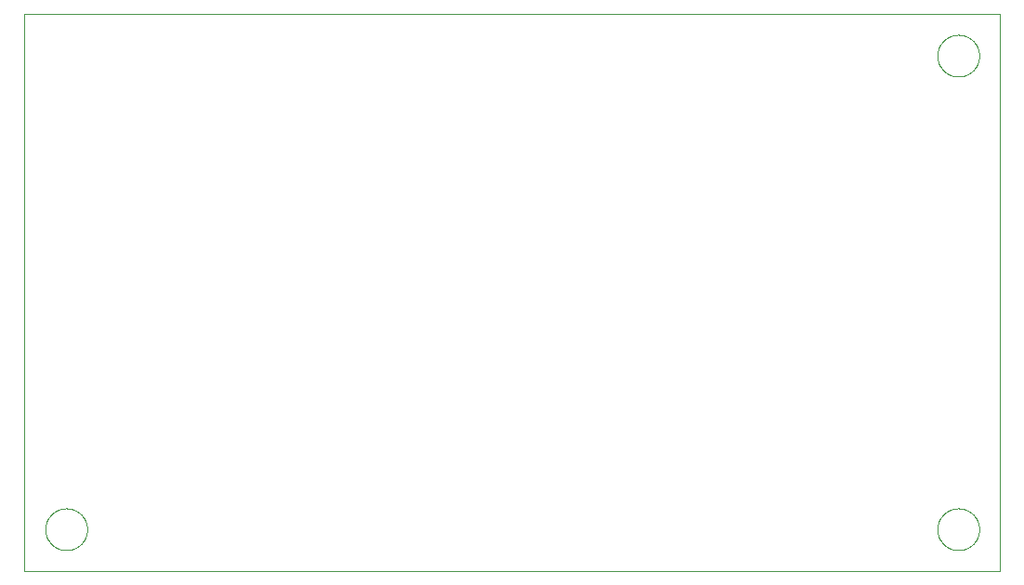
<source format=gbo>
G75*
%MOIN*%
%OFA0B0*%
%FSLAX25Y25*%
%IPPOS*%
%LPD*%
%AMOC8*
5,1,8,0,0,1.08239X$1,22.5*
%
%ADD10C,0.00000*%
D10*
X0037000Y0037000D02*
X0037000Y0237000D01*
X0387000Y0237000D01*
X0387000Y0037000D01*
X0037000Y0037000D01*
X0044500Y0052000D02*
X0044502Y0052184D01*
X0044509Y0052368D01*
X0044520Y0052552D01*
X0044536Y0052735D01*
X0044556Y0052918D01*
X0044581Y0053100D01*
X0044610Y0053282D01*
X0044644Y0053463D01*
X0044682Y0053643D01*
X0044725Y0053822D01*
X0044772Y0054000D01*
X0044823Y0054177D01*
X0044879Y0054353D01*
X0044938Y0054527D01*
X0045003Y0054699D01*
X0045071Y0054870D01*
X0045143Y0055039D01*
X0045220Y0055207D01*
X0045301Y0055372D01*
X0045386Y0055535D01*
X0045474Y0055697D01*
X0045567Y0055856D01*
X0045664Y0056012D01*
X0045764Y0056167D01*
X0045868Y0056319D01*
X0045976Y0056468D01*
X0046087Y0056614D01*
X0046202Y0056758D01*
X0046321Y0056899D01*
X0046443Y0057037D01*
X0046568Y0057172D01*
X0046697Y0057303D01*
X0046828Y0057432D01*
X0046963Y0057557D01*
X0047101Y0057679D01*
X0047242Y0057798D01*
X0047386Y0057913D01*
X0047532Y0058024D01*
X0047681Y0058132D01*
X0047833Y0058236D01*
X0047988Y0058336D01*
X0048144Y0058433D01*
X0048303Y0058526D01*
X0048465Y0058614D01*
X0048628Y0058699D01*
X0048793Y0058780D01*
X0048961Y0058857D01*
X0049130Y0058929D01*
X0049301Y0058997D01*
X0049473Y0059062D01*
X0049647Y0059121D01*
X0049823Y0059177D01*
X0050000Y0059228D01*
X0050178Y0059275D01*
X0050357Y0059318D01*
X0050537Y0059356D01*
X0050718Y0059390D01*
X0050900Y0059419D01*
X0051082Y0059444D01*
X0051265Y0059464D01*
X0051448Y0059480D01*
X0051632Y0059491D01*
X0051816Y0059498D01*
X0052000Y0059500D01*
X0052184Y0059498D01*
X0052368Y0059491D01*
X0052552Y0059480D01*
X0052735Y0059464D01*
X0052918Y0059444D01*
X0053100Y0059419D01*
X0053282Y0059390D01*
X0053463Y0059356D01*
X0053643Y0059318D01*
X0053822Y0059275D01*
X0054000Y0059228D01*
X0054177Y0059177D01*
X0054353Y0059121D01*
X0054527Y0059062D01*
X0054699Y0058997D01*
X0054870Y0058929D01*
X0055039Y0058857D01*
X0055207Y0058780D01*
X0055372Y0058699D01*
X0055535Y0058614D01*
X0055697Y0058526D01*
X0055856Y0058433D01*
X0056012Y0058336D01*
X0056167Y0058236D01*
X0056319Y0058132D01*
X0056468Y0058024D01*
X0056614Y0057913D01*
X0056758Y0057798D01*
X0056899Y0057679D01*
X0057037Y0057557D01*
X0057172Y0057432D01*
X0057303Y0057303D01*
X0057432Y0057172D01*
X0057557Y0057037D01*
X0057679Y0056899D01*
X0057798Y0056758D01*
X0057913Y0056614D01*
X0058024Y0056468D01*
X0058132Y0056319D01*
X0058236Y0056167D01*
X0058336Y0056012D01*
X0058433Y0055856D01*
X0058526Y0055697D01*
X0058614Y0055535D01*
X0058699Y0055372D01*
X0058780Y0055207D01*
X0058857Y0055039D01*
X0058929Y0054870D01*
X0058997Y0054699D01*
X0059062Y0054527D01*
X0059121Y0054353D01*
X0059177Y0054177D01*
X0059228Y0054000D01*
X0059275Y0053822D01*
X0059318Y0053643D01*
X0059356Y0053463D01*
X0059390Y0053282D01*
X0059419Y0053100D01*
X0059444Y0052918D01*
X0059464Y0052735D01*
X0059480Y0052552D01*
X0059491Y0052368D01*
X0059498Y0052184D01*
X0059500Y0052000D01*
X0059498Y0051816D01*
X0059491Y0051632D01*
X0059480Y0051448D01*
X0059464Y0051265D01*
X0059444Y0051082D01*
X0059419Y0050900D01*
X0059390Y0050718D01*
X0059356Y0050537D01*
X0059318Y0050357D01*
X0059275Y0050178D01*
X0059228Y0050000D01*
X0059177Y0049823D01*
X0059121Y0049647D01*
X0059062Y0049473D01*
X0058997Y0049301D01*
X0058929Y0049130D01*
X0058857Y0048961D01*
X0058780Y0048793D01*
X0058699Y0048628D01*
X0058614Y0048465D01*
X0058526Y0048303D01*
X0058433Y0048144D01*
X0058336Y0047988D01*
X0058236Y0047833D01*
X0058132Y0047681D01*
X0058024Y0047532D01*
X0057913Y0047386D01*
X0057798Y0047242D01*
X0057679Y0047101D01*
X0057557Y0046963D01*
X0057432Y0046828D01*
X0057303Y0046697D01*
X0057172Y0046568D01*
X0057037Y0046443D01*
X0056899Y0046321D01*
X0056758Y0046202D01*
X0056614Y0046087D01*
X0056468Y0045976D01*
X0056319Y0045868D01*
X0056167Y0045764D01*
X0056012Y0045664D01*
X0055856Y0045567D01*
X0055697Y0045474D01*
X0055535Y0045386D01*
X0055372Y0045301D01*
X0055207Y0045220D01*
X0055039Y0045143D01*
X0054870Y0045071D01*
X0054699Y0045003D01*
X0054527Y0044938D01*
X0054353Y0044879D01*
X0054177Y0044823D01*
X0054000Y0044772D01*
X0053822Y0044725D01*
X0053643Y0044682D01*
X0053463Y0044644D01*
X0053282Y0044610D01*
X0053100Y0044581D01*
X0052918Y0044556D01*
X0052735Y0044536D01*
X0052552Y0044520D01*
X0052368Y0044509D01*
X0052184Y0044502D01*
X0052000Y0044500D01*
X0051816Y0044502D01*
X0051632Y0044509D01*
X0051448Y0044520D01*
X0051265Y0044536D01*
X0051082Y0044556D01*
X0050900Y0044581D01*
X0050718Y0044610D01*
X0050537Y0044644D01*
X0050357Y0044682D01*
X0050178Y0044725D01*
X0050000Y0044772D01*
X0049823Y0044823D01*
X0049647Y0044879D01*
X0049473Y0044938D01*
X0049301Y0045003D01*
X0049130Y0045071D01*
X0048961Y0045143D01*
X0048793Y0045220D01*
X0048628Y0045301D01*
X0048465Y0045386D01*
X0048303Y0045474D01*
X0048144Y0045567D01*
X0047988Y0045664D01*
X0047833Y0045764D01*
X0047681Y0045868D01*
X0047532Y0045976D01*
X0047386Y0046087D01*
X0047242Y0046202D01*
X0047101Y0046321D01*
X0046963Y0046443D01*
X0046828Y0046568D01*
X0046697Y0046697D01*
X0046568Y0046828D01*
X0046443Y0046963D01*
X0046321Y0047101D01*
X0046202Y0047242D01*
X0046087Y0047386D01*
X0045976Y0047532D01*
X0045868Y0047681D01*
X0045764Y0047833D01*
X0045664Y0047988D01*
X0045567Y0048144D01*
X0045474Y0048303D01*
X0045386Y0048465D01*
X0045301Y0048628D01*
X0045220Y0048793D01*
X0045143Y0048961D01*
X0045071Y0049130D01*
X0045003Y0049301D01*
X0044938Y0049473D01*
X0044879Y0049647D01*
X0044823Y0049823D01*
X0044772Y0050000D01*
X0044725Y0050178D01*
X0044682Y0050357D01*
X0044644Y0050537D01*
X0044610Y0050718D01*
X0044581Y0050900D01*
X0044556Y0051082D01*
X0044536Y0051265D01*
X0044520Y0051448D01*
X0044509Y0051632D01*
X0044502Y0051816D01*
X0044500Y0052000D01*
X0364500Y0052000D02*
X0364502Y0052184D01*
X0364509Y0052368D01*
X0364520Y0052552D01*
X0364536Y0052735D01*
X0364556Y0052918D01*
X0364581Y0053100D01*
X0364610Y0053282D01*
X0364644Y0053463D01*
X0364682Y0053643D01*
X0364725Y0053822D01*
X0364772Y0054000D01*
X0364823Y0054177D01*
X0364879Y0054353D01*
X0364938Y0054527D01*
X0365003Y0054699D01*
X0365071Y0054870D01*
X0365143Y0055039D01*
X0365220Y0055207D01*
X0365301Y0055372D01*
X0365386Y0055535D01*
X0365474Y0055697D01*
X0365567Y0055856D01*
X0365664Y0056012D01*
X0365764Y0056167D01*
X0365868Y0056319D01*
X0365976Y0056468D01*
X0366087Y0056614D01*
X0366202Y0056758D01*
X0366321Y0056899D01*
X0366443Y0057037D01*
X0366568Y0057172D01*
X0366697Y0057303D01*
X0366828Y0057432D01*
X0366963Y0057557D01*
X0367101Y0057679D01*
X0367242Y0057798D01*
X0367386Y0057913D01*
X0367532Y0058024D01*
X0367681Y0058132D01*
X0367833Y0058236D01*
X0367988Y0058336D01*
X0368144Y0058433D01*
X0368303Y0058526D01*
X0368465Y0058614D01*
X0368628Y0058699D01*
X0368793Y0058780D01*
X0368961Y0058857D01*
X0369130Y0058929D01*
X0369301Y0058997D01*
X0369473Y0059062D01*
X0369647Y0059121D01*
X0369823Y0059177D01*
X0370000Y0059228D01*
X0370178Y0059275D01*
X0370357Y0059318D01*
X0370537Y0059356D01*
X0370718Y0059390D01*
X0370900Y0059419D01*
X0371082Y0059444D01*
X0371265Y0059464D01*
X0371448Y0059480D01*
X0371632Y0059491D01*
X0371816Y0059498D01*
X0372000Y0059500D01*
X0372184Y0059498D01*
X0372368Y0059491D01*
X0372552Y0059480D01*
X0372735Y0059464D01*
X0372918Y0059444D01*
X0373100Y0059419D01*
X0373282Y0059390D01*
X0373463Y0059356D01*
X0373643Y0059318D01*
X0373822Y0059275D01*
X0374000Y0059228D01*
X0374177Y0059177D01*
X0374353Y0059121D01*
X0374527Y0059062D01*
X0374699Y0058997D01*
X0374870Y0058929D01*
X0375039Y0058857D01*
X0375207Y0058780D01*
X0375372Y0058699D01*
X0375535Y0058614D01*
X0375697Y0058526D01*
X0375856Y0058433D01*
X0376012Y0058336D01*
X0376167Y0058236D01*
X0376319Y0058132D01*
X0376468Y0058024D01*
X0376614Y0057913D01*
X0376758Y0057798D01*
X0376899Y0057679D01*
X0377037Y0057557D01*
X0377172Y0057432D01*
X0377303Y0057303D01*
X0377432Y0057172D01*
X0377557Y0057037D01*
X0377679Y0056899D01*
X0377798Y0056758D01*
X0377913Y0056614D01*
X0378024Y0056468D01*
X0378132Y0056319D01*
X0378236Y0056167D01*
X0378336Y0056012D01*
X0378433Y0055856D01*
X0378526Y0055697D01*
X0378614Y0055535D01*
X0378699Y0055372D01*
X0378780Y0055207D01*
X0378857Y0055039D01*
X0378929Y0054870D01*
X0378997Y0054699D01*
X0379062Y0054527D01*
X0379121Y0054353D01*
X0379177Y0054177D01*
X0379228Y0054000D01*
X0379275Y0053822D01*
X0379318Y0053643D01*
X0379356Y0053463D01*
X0379390Y0053282D01*
X0379419Y0053100D01*
X0379444Y0052918D01*
X0379464Y0052735D01*
X0379480Y0052552D01*
X0379491Y0052368D01*
X0379498Y0052184D01*
X0379500Y0052000D01*
X0379498Y0051816D01*
X0379491Y0051632D01*
X0379480Y0051448D01*
X0379464Y0051265D01*
X0379444Y0051082D01*
X0379419Y0050900D01*
X0379390Y0050718D01*
X0379356Y0050537D01*
X0379318Y0050357D01*
X0379275Y0050178D01*
X0379228Y0050000D01*
X0379177Y0049823D01*
X0379121Y0049647D01*
X0379062Y0049473D01*
X0378997Y0049301D01*
X0378929Y0049130D01*
X0378857Y0048961D01*
X0378780Y0048793D01*
X0378699Y0048628D01*
X0378614Y0048465D01*
X0378526Y0048303D01*
X0378433Y0048144D01*
X0378336Y0047988D01*
X0378236Y0047833D01*
X0378132Y0047681D01*
X0378024Y0047532D01*
X0377913Y0047386D01*
X0377798Y0047242D01*
X0377679Y0047101D01*
X0377557Y0046963D01*
X0377432Y0046828D01*
X0377303Y0046697D01*
X0377172Y0046568D01*
X0377037Y0046443D01*
X0376899Y0046321D01*
X0376758Y0046202D01*
X0376614Y0046087D01*
X0376468Y0045976D01*
X0376319Y0045868D01*
X0376167Y0045764D01*
X0376012Y0045664D01*
X0375856Y0045567D01*
X0375697Y0045474D01*
X0375535Y0045386D01*
X0375372Y0045301D01*
X0375207Y0045220D01*
X0375039Y0045143D01*
X0374870Y0045071D01*
X0374699Y0045003D01*
X0374527Y0044938D01*
X0374353Y0044879D01*
X0374177Y0044823D01*
X0374000Y0044772D01*
X0373822Y0044725D01*
X0373643Y0044682D01*
X0373463Y0044644D01*
X0373282Y0044610D01*
X0373100Y0044581D01*
X0372918Y0044556D01*
X0372735Y0044536D01*
X0372552Y0044520D01*
X0372368Y0044509D01*
X0372184Y0044502D01*
X0372000Y0044500D01*
X0371816Y0044502D01*
X0371632Y0044509D01*
X0371448Y0044520D01*
X0371265Y0044536D01*
X0371082Y0044556D01*
X0370900Y0044581D01*
X0370718Y0044610D01*
X0370537Y0044644D01*
X0370357Y0044682D01*
X0370178Y0044725D01*
X0370000Y0044772D01*
X0369823Y0044823D01*
X0369647Y0044879D01*
X0369473Y0044938D01*
X0369301Y0045003D01*
X0369130Y0045071D01*
X0368961Y0045143D01*
X0368793Y0045220D01*
X0368628Y0045301D01*
X0368465Y0045386D01*
X0368303Y0045474D01*
X0368144Y0045567D01*
X0367988Y0045664D01*
X0367833Y0045764D01*
X0367681Y0045868D01*
X0367532Y0045976D01*
X0367386Y0046087D01*
X0367242Y0046202D01*
X0367101Y0046321D01*
X0366963Y0046443D01*
X0366828Y0046568D01*
X0366697Y0046697D01*
X0366568Y0046828D01*
X0366443Y0046963D01*
X0366321Y0047101D01*
X0366202Y0047242D01*
X0366087Y0047386D01*
X0365976Y0047532D01*
X0365868Y0047681D01*
X0365764Y0047833D01*
X0365664Y0047988D01*
X0365567Y0048144D01*
X0365474Y0048303D01*
X0365386Y0048465D01*
X0365301Y0048628D01*
X0365220Y0048793D01*
X0365143Y0048961D01*
X0365071Y0049130D01*
X0365003Y0049301D01*
X0364938Y0049473D01*
X0364879Y0049647D01*
X0364823Y0049823D01*
X0364772Y0050000D01*
X0364725Y0050178D01*
X0364682Y0050357D01*
X0364644Y0050537D01*
X0364610Y0050718D01*
X0364581Y0050900D01*
X0364556Y0051082D01*
X0364536Y0051265D01*
X0364520Y0051448D01*
X0364509Y0051632D01*
X0364502Y0051816D01*
X0364500Y0052000D01*
X0364500Y0222000D02*
X0364502Y0222184D01*
X0364509Y0222368D01*
X0364520Y0222552D01*
X0364536Y0222735D01*
X0364556Y0222918D01*
X0364581Y0223100D01*
X0364610Y0223282D01*
X0364644Y0223463D01*
X0364682Y0223643D01*
X0364725Y0223822D01*
X0364772Y0224000D01*
X0364823Y0224177D01*
X0364879Y0224353D01*
X0364938Y0224527D01*
X0365003Y0224699D01*
X0365071Y0224870D01*
X0365143Y0225039D01*
X0365220Y0225207D01*
X0365301Y0225372D01*
X0365386Y0225535D01*
X0365474Y0225697D01*
X0365567Y0225856D01*
X0365664Y0226012D01*
X0365764Y0226167D01*
X0365868Y0226319D01*
X0365976Y0226468D01*
X0366087Y0226614D01*
X0366202Y0226758D01*
X0366321Y0226899D01*
X0366443Y0227037D01*
X0366568Y0227172D01*
X0366697Y0227303D01*
X0366828Y0227432D01*
X0366963Y0227557D01*
X0367101Y0227679D01*
X0367242Y0227798D01*
X0367386Y0227913D01*
X0367532Y0228024D01*
X0367681Y0228132D01*
X0367833Y0228236D01*
X0367988Y0228336D01*
X0368144Y0228433D01*
X0368303Y0228526D01*
X0368465Y0228614D01*
X0368628Y0228699D01*
X0368793Y0228780D01*
X0368961Y0228857D01*
X0369130Y0228929D01*
X0369301Y0228997D01*
X0369473Y0229062D01*
X0369647Y0229121D01*
X0369823Y0229177D01*
X0370000Y0229228D01*
X0370178Y0229275D01*
X0370357Y0229318D01*
X0370537Y0229356D01*
X0370718Y0229390D01*
X0370900Y0229419D01*
X0371082Y0229444D01*
X0371265Y0229464D01*
X0371448Y0229480D01*
X0371632Y0229491D01*
X0371816Y0229498D01*
X0372000Y0229500D01*
X0372184Y0229498D01*
X0372368Y0229491D01*
X0372552Y0229480D01*
X0372735Y0229464D01*
X0372918Y0229444D01*
X0373100Y0229419D01*
X0373282Y0229390D01*
X0373463Y0229356D01*
X0373643Y0229318D01*
X0373822Y0229275D01*
X0374000Y0229228D01*
X0374177Y0229177D01*
X0374353Y0229121D01*
X0374527Y0229062D01*
X0374699Y0228997D01*
X0374870Y0228929D01*
X0375039Y0228857D01*
X0375207Y0228780D01*
X0375372Y0228699D01*
X0375535Y0228614D01*
X0375697Y0228526D01*
X0375856Y0228433D01*
X0376012Y0228336D01*
X0376167Y0228236D01*
X0376319Y0228132D01*
X0376468Y0228024D01*
X0376614Y0227913D01*
X0376758Y0227798D01*
X0376899Y0227679D01*
X0377037Y0227557D01*
X0377172Y0227432D01*
X0377303Y0227303D01*
X0377432Y0227172D01*
X0377557Y0227037D01*
X0377679Y0226899D01*
X0377798Y0226758D01*
X0377913Y0226614D01*
X0378024Y0226468D01*
X0378132Y0226319D01*
X0378236Y0226167D01*
X0378336Y0226012D01*
X0378433Y0225856D01*
X0378526Y0225697D01*
X0378614Y0225535D01*
X0378699Y0225372D01*
X0378780Y0225207D01*
X0378857Y0225039D01*
X0378929Y0224870D01*
X0378997Y0224699D01*
X0379062Y0224527D01*
X0379121Y0224353D01*
X0379177Y0224177D01*
X0379228Y0224000D01*
X0379275Y0223822D01*
X0379318Y0223643D01*
X0379356Y0223463D01*
X0379390Y0223282D01*
X0379419Y0223100D01*
X0379444Y0222918D01*
X0379464Y0222735D01*
X0379480Y0222552D01*
X0379491Y0222368D01*
X0379498Y0222184D01*
X0379500Y0222000D01*
X0379498Y0221816D01*
X0379491Y0221632D01*
X0379480Y0221448D01*
X0379464Y0221265D01*
X0379444Y0221082D01*
X0379419Y0220900D01*
X0379390Y0220718D01*
X0379356Y0220537D01*
X0379318Y0220357D01*
X0379275Y0220178D01*
X0379228Y0220000D01*
X0379177Y0219823D01*
X0379121Y0219647D01*
X0379062Y0219473D01*
X0378997Y0219301D01*
X0378929Y0219130D01*
X0378857Y0218961D01*
X0378780Y0218793D01*
X0378699Y0218628D01*
X0378614Y0218465D01*
X0378526Y0218303D01*
X0378433Y0218144D01*
X0378336Y0217988D01*
X0378236Y0217833D01*
X0378132Y0217681D01*
X0378024Y0217532D01*
X0377913Y0217386D01*
X0377798Y0217242D01*
X0377679Y0217101D01*
X0377557Y0216963D01*
X0377432Y0216828D01*
X0377303Y0216697D01*
X0377172Y0216568D01*
X0377037Y0216443D01*
X0376899Y0216321D01*
X0376758Y0216202D01*
X0376614Y0216087D01*
X0376468Y0215976D01*
X0376319Y0215868D01*
X0376167Y0215764D01*
X0376012Y0215664D01*
X0375856Y0215567D01*
X0375697Y0215474D01*
X0375535Y0215386D01*
X0375372Y0215301D01*
X0375207Y0215220D01*
X0375039Y0215143D01*
X0374870Y0215071D01*
X0374699Y0215003D01*
X0374527Y0214938D01*
X0374353Y0214879D01*
X0374177Y0214823D01*
X0374000Y0214772D01*
X0373822Y0214725D01*
X0373643Y0214682D01*
X0373463Y0214644D01*
X0373282Y0214610D01*
X0373100Y0214581D01*
X0372918Y0214556D01*
X0372735Y0214536D01*
X0372552Y0214520D01*
X0372368Y0214509D01*
X0372184Y0214502D01*
X0372000Y0214500D01*
X0371816Y0214502D01*
X0371632Y0214509D01*
X0371448Y0214520D01*
X0371265Y0214536D01*
X0371082Y0214556D01*
X0370900Y0214581D01*
X0370718Y0214610D01*
X0370537Y0214644D01*
X0370357Y0214682D01*
X0370178Y0214725D01*
X0370000Y0214772D01*
X0369823Y0214823D01*
X0369647Y0214879D01*
X0369473Y0214938D01*
X0369301Y0215003D01*
X0369130Y0215071D01*
X0368961Y0215143D01*
X0368793Y0215220D01*
X0368628Y0215301D01*
X0368465Y0215386D01*
X0368303Y0215474D01*
X0368144Y0215567D01*
X0367988Y0215664D01*
X0367833Y0215764D01*
X0367681Y0215868D01*
X0367532Y0215976D01*
X0367386Y0216087D01*
X0367242Y0216202D01*
X0367101Y0216321D01*
X0366963Y0216443D01*
X0366828Y0216568D01*
X0366697Y0216697D01*
X0366568Y0216828D01*
X0366443Y0216963D01*
X0366321Y0217101D01*
X0366202Y0217242D01*
X0366087Y0217386D01*
X0365976Y0217532D01*
X0365868Y0217681D01*
X0365764Y0217833D01*
X0365664Y0217988D01*
X0365567Y0218144D01*
X0365474Y0218303D01*
X0365386Y0218465D01*
X0365301Y0218628D01*
X0365220Y0218793D01*
X0365143Y0218961D01*
X0365071Y0219130D01*
X0365003Y0219301D01*
X0364938Y0219473D01*
X0364879Y0219647D01*
X0364823Y0219823D01*
X0364772Y0220000D01*
X0364725Y0220178D01*
X0364682Y0220357D01*
X0364644Y0220537D01*
X0364610Y0220718D01*
X0364581Y0220900D01*
X0364556Y0221082D01*
X0364536Y0221265D01*
X0364520Y0221448D01*
X0364509Y0221632D01*
X0364502Y0221816D01*
X0364500Y0222000D01*
M02*

</source>
